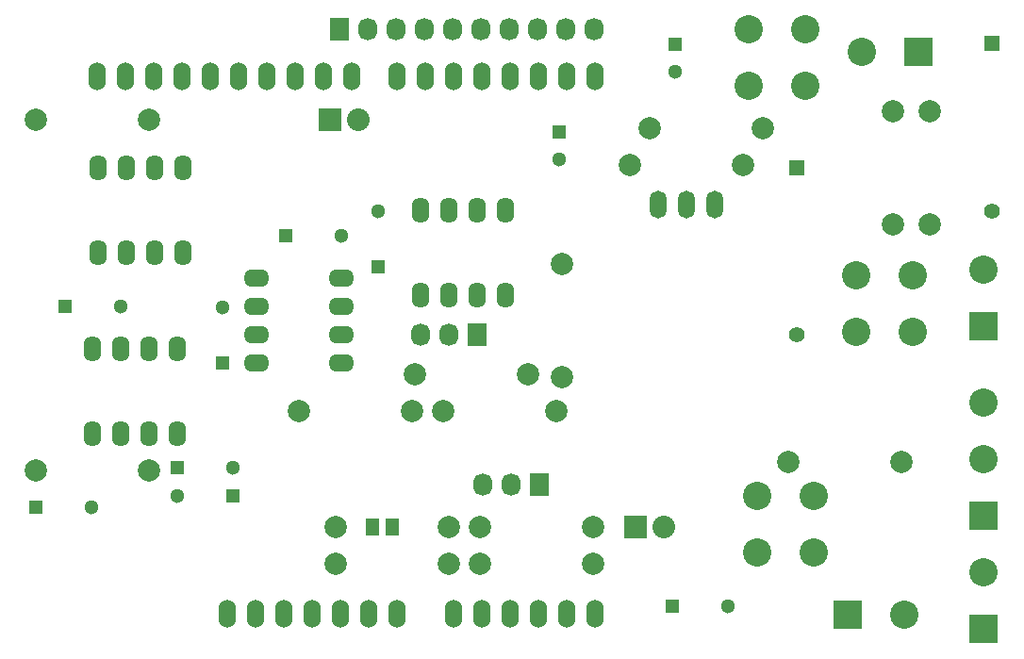
<source format=gbs>
G04 #@! TF.FileFunction,Soldermask,Bot*
%FSLAX46Y46*%
G04 Gerber Fmt 4.6, Leading zero omitted, Abs format (unit mm)*
G04 Created by KiCad (PCBNEW 4.0.2+dfsg1-stable) date lun. 01 août 2016 20:38:27 CEST*
%MOMM*%
G01*
G04 APERTURE LIST*
%ADD10C,0.100000*%
%ADD11R,1.168400X1.600200*%
%ADD12O,1.524000X2.540000*%
%ADD13C,2.540000*%
%ADD14R,2.540000X2.540000*%
%ADD15C,1.998980*%
%ADD16R,1.300000X1.300000*%
%ADD17C,1.300000*%
%ADD18R,1.727200X2.032000*%
%ADD19O,1.727200X2.032000*%
%ADD20O,2.300000X1.600000*%
%ADD21O,1.600000X2.300000*%
%ADD22O,1.501140X2.499360*%
%ADD23R,1.400000X1.400000*%
%ADD24C,1.400000*%
%ADD25R,2.032000X2.032000*%
%ADD26O,2.032000X2.032000*%
G04 APERTURE END LIST*
D10*
D11*
X192024000Y-94742000D03*
X193802000Y-94742000D03*
D12*
X212001100Y-102463600D03*
X209461100Y-102463600D03*
X206921100Y-102463600D03*
X199301100Y-102463600D03*
X201841100Y-102463600D03*
X204381100Y-102463600D03*
X194221100Y-102463600D03*
X191681100Y-102463600D03*
X189141100Y-102463600D03*
X184061100Y-102463600D03*
X181521100Y-102463600D03*
X212001100Y-54203600D03*
X209461100Y-54203600D03*
X206921100Y-54203600D03*
X204381100Y-54203600D03*
X201841100Y-54203600D03*
X199301100Y-54203600D03*
X196761100Y-54203600D03*
X194221100Y-54203600D03*
X190157100Y-54203600D03*
X187617100Y-54203600D03*
X185077100Y-54203600D03*
X182537100Y-54203600D03*
X179997100Y-54203600D03*
X177457100Y-54203600D03*
X174917100Y-54203600D03*
X172377100Y-54203600D03*
X186601100Y-102463600D03*
X169837100Y-54203600D03*
X167297100Y-54203600D03*
X178981100Y-102463600D03*
D13*
X226568000Y-91948000D03*
X226568000Y-97028000D03*
X231648000Y-97028000D03*
X231648000Y-91948000D03*
X240554919Y-77199081D03*
X240554919Y-72119081D03*
X235474919Y-72119081D03*
X235474919Y-77199081D03*
X230886000Y-55118000D03*
X230886000Y-50038000D03*
X225806000Y-50038000D03*
X225806000Y-55118000D03*
D14*
X234696000Y-102616000D03*
D13*
X239776000Y-102616000D03*
D15*
X188722000Y-94742000D03*
X198882000Y-94742000D03*
D16*
X178562000Y-80010000D03*
D17*
X178562000Y-75010000D03*
D14*
X246888000Y-93726000D03*
D13*
X246888000Y-88646000D03*
X246888000Y-83566000D03*
D16*
X218948000Y-101854000D03*
D17*
X223948000Y-101854000D03*
D16*
X179498000Y-91948000D03*
D17*
X174498000Y-91948000D03*
D16*
X161798000Y-92964000D03*
D17*
X166798000Y-92964000D03*
X219202000Y-53848000D03*
D16*
X219202000Y-51348000D03*
D17*
X208788000Y-61722000D03*
D16*
X208788000Y-59222000D03*
X174498000Y-89408000D03*
D17*
X179498000Y-89408000D03*
D16*
X164418000Y-74930000D03*
D17*
X169418000Y-74930000D03*
D16*
X192532000Y-71374000D03*
D17*
X192532000Y-66374000D03*
D16*
X184230000Y-68580000D03*
D17*
X189230000Y-68580000D03*
D18*
X201422000Y-77470000D03*
D19*
X198882000Y-77470000D03*
X196342000Y-77470000D03*
D18*
X207010000Y-90932000D03*
D19*
X204470000Y-90932000D03*
X201930000Y-90932000D03*
D14*
X246888000Y-103886000D03*
D13*
X246888000Y-98806000D03*
D14*
X246888000Y-76708000D03*
D13*
X246888000Y-71628000D03*
D14*
X241046000Y-52070000D03*
D13*
X235966000Y-52070000D03*
D15*
X201676000Y-98044000D03*
X211836000Y-98044000D03*
X188722000Y-98044000D03*
X198882000Y-98044000D03*
X201676000Y-94742000D03*
X211836000Y-94742000D03*
X161798000Y-89662000D03*
X171958000Y-89662000D03*
X171958000Y-58166000D03*
X161798000Y-58166000D03*
X238760000Y-67564000D03*
X238760000Y-57404000D03*
X242062000Y-67564000D03*
X242062000Y-57404000D03*
X239522000Y-88900000D03*
X229362000Y-88900000D03*
X209042000Y-71120000D03*
X209042000Y-81280000D03*
X195834000Y-81026000D03*
X205994000Y-81026000D03*
X208534000Y-84328000D03*
X198374000Y-84328000D03*
X185420000Y-84328000D03*
X195580000Y-84328000D03*
X216916000Y-58928000D03*
X227076000Y-58928000D03*
X225298000Y-62230000D03*
X215138000Y-62230000D03*
D20*
X181610000Y-72390000D03*
X181610000Y-74930000D03*
X181610000Y-77470000D03*
X181610000Y-80010000D03*
X189230000Y-80010000D03*
X189230000Y-77470000D03*
X189230000Y-74930000D03*
X189230000Y-72390000D03*
D21*
X166878000Y-86360000D03*
X169418000Y-86360000D03*
X171958000Y-86360000D03*
X174498000Y-86360000D03*
X174498000Y-78740000D03*
X171958000Y-78740000D03*
X169418000Y-78740000D03*
X166878000Y-78740000D03*
X167386000Y-70104000D03*
X169926000Y-70104000D03*
X172466000Y-70104000D03*
X175006000Y-70104000D03*
X175006000Y-62484000D03*
X172466000Y-62484000D03*
X169926000Y-62484000D03*
X167386000Y-62484000D03*
D22*
X220218000Y-65786000D03*
X222758000Y-65786000D03*
X217678000Y-65786000D03*
D21*
X196342000Y-73914000D03*
X198882000Y-73914000D03*
X201422000Y-73914000D03*
X203962000Y-73914000D03*
X203962000Y-66294000D03*
X201422000Y-66294000D03*
X198882000Y-66294000D03*
X196342000Y-66294000D03*
D18*
X189103000Y-50038000D03*
D19*
X191643000Y-50038000D03*
X194183000Y-50038000D03*
X196723000Y-50038000D03*
X199263000Y-50038000D03*
X201803000Y-50038000D03*
X204343000Y-50038000D03*
X206883000Y-50038000D03*
X209423000Y-50038000D03*
X211963000Y-50038000D03*
D23*
X230124000Y-62470000D03*
D24*
X230124000Y-77470000D03*
D23*
X247650000Y-51308000D03*
D24*
X247650000Y-66308000D03*
D25*
X215646000Y-94742000D03*
D26*
X218186000Y-94742000D03*
D25*
X188214000Y-58166000D03*
D26*
X190754000Y-58166000D03*
M02*

</source>
